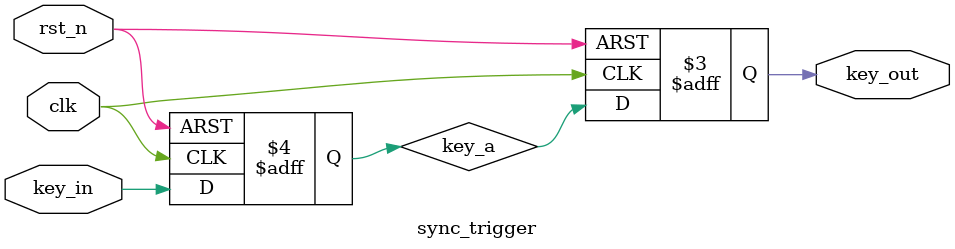
<source format=v>
module sync_trigger(clk, rst_n, key_in, key_out);
	input  clk, rst_n, key_in;
	output reg key_out;
	
	reg key_a;
	//此模块主要借助两个D触发器进行信号与模块时钟的同步，
	always@(posedge clk or negedge rst_n)
	begin
		if(!rst_n)
		begin
			key_a <= 1'b0;
			key_out <= 1'b0;
		end
		else	
		begin
			key_out <= key_a;
			key_a <= key_in;
		end
	end
endmodule
</source>
